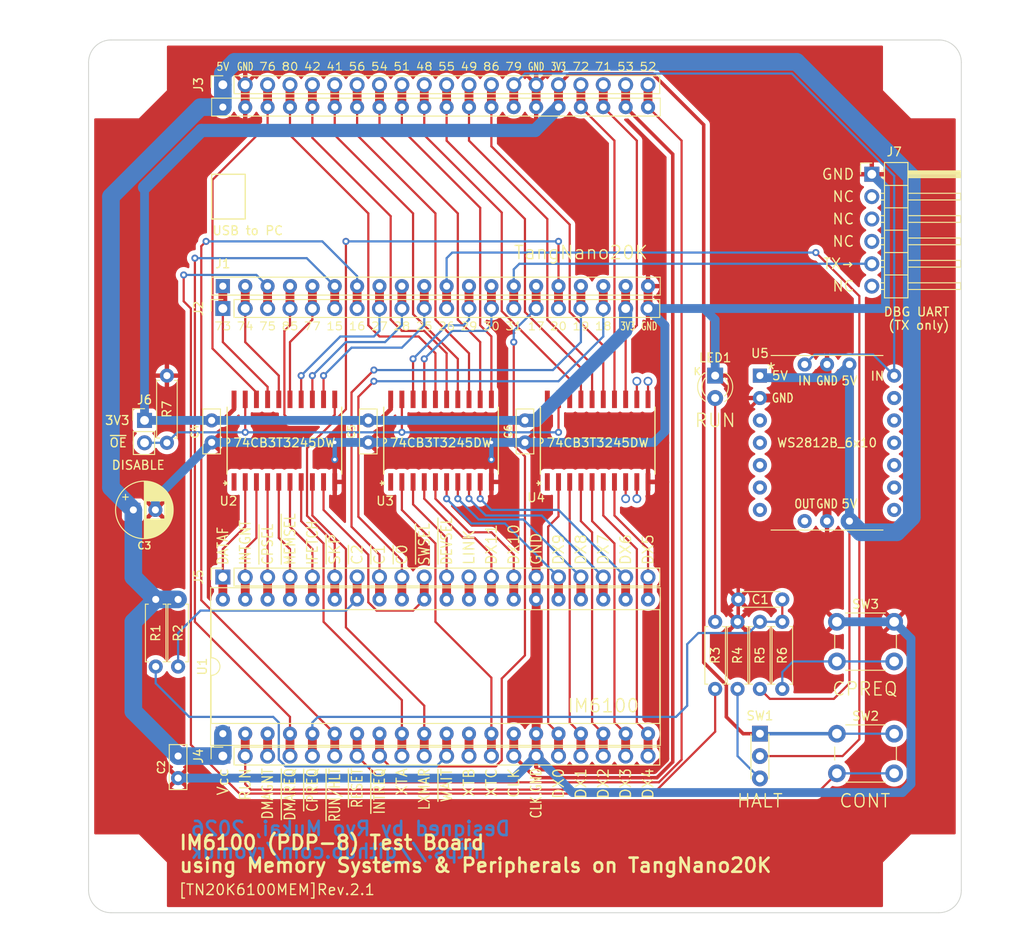
<source format=kicad_pcb>
(kicad_pcb (version 20241229) (generator "pcbnew") (generator_version "9.0")
  (layers (0 "F.Cu" signal) (2 "B.Cu" signal) (13 "F.Paste" user) (15 "B.Paste" user) (5 "F.SilkS" user "F.Silkscreen") (7 "B.SilkS" user "B.Silkscreen") (1 "F.Mask" user) (3 "B.Mask" user) (25 "Edge.Cuts" user))
  (net 0 "")
  (net 1 "GND")
  (net 2 "VCC")
  (net 3 "CPREQ_n")
  (net 4 "DX1_L")
  (net 5 "SWSEL_n_L")
  (net 6 "DX9_L")
  (net 7 "DEVSEL_n_L")
  (net 8 "IFETCH_L")
  (net 9 "CPSEL_n_L")
  (net 10 "DBG_TX")
  (net 11 "XTC_L")
  (net 12 "DX3_L")
  (net 13 "INTGNT_L")
  (net 14 "+3V3")
  (net 15 "C0_n")
  (net 16 "DX11_L")
  (net 17 "DMAREQ_n")
  (net 18 "C1_n")
  (net 19 "MEMSEL_n_L")
  (net 20 "DX5_L")
  (net 21 "DX6_L")
  (net 22 "LXMAR_L")
  (net 23 "XTA_L")
  (net 24 "DX7_L")
  (net 25 "DX10_L")
  (net 26 "DX4_L")
  (net 27 "SKP_n")
  (net 28 "DX2_L")
  (net 29 "DX8_L")
  (net 30 "INTREQ_n")
  (net 31 "RUN_HLT_n")
  (net 32 "DX0_L")
  (net 33 "CLK")
  (net 34 "DATAF_L")
  (net 35 "LED_RGB")
  (net 36 "DX0")
  (net 37 "RUN")
  (net 38 "XTC")
  (net 39 "WAIT_n")
  (net 40 "DX3")
  (net 41 "XTA")
  (net 42 "DX1")
  (net 43 "RESET_n")
  (net 44 "DMAGNT")
  (net 45 "LXMAR")
  (net 46 "DX4")
  (net 47 "DX2")
  (net 48 "XTB")
  (net 49 "IFETCH")
  (net 50 "DX9")
  (net 51 "MEMSEL_n")
  (net 52 "DX8")
  (net 53 "DX6")
  (net 54 "DEVSEL_n")
  (net 55 "LINK")
  (net 56 "C2_n")
  (net 57 "SWSEL_n")
  (net 58 "DX11")
  (net 59 "DATAF")
  (net 60 "INTGNT")
  (net 61 "CPSEL_n")
  (net 62 "DX7")
  (net 63 "DX10")
  (net 64 "DX5")
  (net 69 "OE_n")
  (net 70 "Net-(LED1-A)")
  (net 71 "Net-(SW1-C)")
  (net 72 "Net-(R6-Pad1)")
  (net 88 "HALT_SW")
  (net 89 "CONT_SW")
  (net 90 "Net-(E1-Pin_2)")
  (net 91 "Net-(E1-Pin_1)")
  (net 92 "Net-(E2-Pin_2)")
  (net 93 "Net-(E2-Pin_1)")
  (footprint "000_MyFootprint:R_Axial_DIN0207_L6.3mm_D2.5mm_P7.62mm_Horizontal" (layer "F.Cu") (at 10.16 63.5 -90)
    (property "Reference" "R2")
    (property "Value" "10k")
  )
  (footprint "000_MyFootprint:MountingHole_3mm" (layer "F.Cu") (at 93.98 93.98)
    (property "Reference" "REF**")
    (property "Value" "MountingHole_3mm")
  )
  (footprint "000_MyFootprint:SW_SPDT_Toggle" (layer "F.Cu") (at 76.2 81.28 -90)
    (property "Reference" "SW1")
    (property "Value" "HALT")
  )
  (footprint "000_MyFootprint:R_Axial_DIN0207_L6.3mm_D2.5mm_P7.62mm_Horizontal" (layer "F.Cu") (at 8.89 45.72 90)
    (property "Reference" "R7")
    (property "Value" "10k")
  )
  (footprint "000_MyFootprint:C_Disc_D5.0mm_W2.5mm_P2.50mm" (layer "F.Cu") (at 49.53 43.18 -90)
    (property "Reference" "C6")
    (property "Value" "0.1uF")
  )
  (footprint "000_MyFootprint:R_Axial_DIN0207_L6.3mm_D2.5mm_P7.62mm_Horizontal" (layer "F.Cu") (at 78.74 73.66 90)
    (property "Reference" "R6")
    (property "Value" "1k")
  )
  (footprint "000_MyFootprint:R_Axial_DIN0207_L6.3mm_D2.5mm_P7.62mm_Horizontal" (layer "F.Cu") (at 7.62 63.5 -90)
    (property "Reference" "R1")
    (property "Value" "10k")
  )
  (footprint "000_MyFootprint:C_Disc_D4.3mm_W1.9mm_P5.00mm" (layer "F.Cu") (at 78.74 63.5 180)
    (property "Reference" "C1")
    (property "Value" "1uF")
  )
  (footprint "000_MyFootprint:C_Disc_D5.0mm_W2.5mm_P2.50mm" (layer "F.Cu") (at 13.97 43.18 -90)
    (property "Reference" "C4")
    (property "Value" "0.1uF")
  )
  (footprint "000_MyFootprint:R_Axial_DIN0207_L6.3mm_D2.5mm_P7.62mm_Horizontal" (layer "F.Cu") (at 71.12 66.04 -90)
    (property "Reference" "R3")
    (property "Value" "100k")
  )
  (footprint "000_MyFootprint:DW20" (layer "F.Cu") (at 40.005 45.4787 90)
    (property "Reference" "U3")
    (property "Value" "SN74CB3T3245DW")
  )
  (footprint "000_MyFootprint:LED_D3.0mm" (layer "F.Cu") (at 71.12 38.1 -90)
    (property "Reference" "LED1")
    (property "Value" "RUN")
  )
  (footprint "000_MyFootprint:R_Axial_DIN0207_L6.3mm_D2.5mm_P7.62mm_Horizontal" (layer "F.Cu") (at 73.66 66.04 -90)
    (property "Reference" "R4")
    (property "Value" "10k")
  )
  (footprint "000_MyFootprint:MountingHole_3mm" (layer "F.Cu") (at 5.08 5.08)
    (property "Reference" "REF**")
    (property "Value" "MountingHole_3mm")
  )
  (footprint "000_MyFootprint:PinSocket_1x20_P2.54mm_Vertical" (layer "F.Cu") (at 15.24 81.28 90)
    (property "Reference" "J4")
    (property "Value" "Conn_01x20")
  )
  (footprint "000_MyFootprint:DIP-40_W20.32mm800mil_Socket" (layer "F.Cu") (at 15.24 27.94 90)
    (property "Reference" "J1")
    (property "Value" "TangNano20K")
  )
  (footprint "000_MyFootprint:PinHeader_1x02_P2.54mm_Vertical" (layer "F.Cu") (at 6.35 43.18)
    (property "Reference" "J6")
    (property "Value" "Disable")
  )
  (footprint "000_MyFootprint:PinHeader_1x06_P2.54mm_Horizontal" (layer "F.Cu") (at 88.9 15.24)
    (property "Reference" "J7")
    (property "Value" "DBG_UART")
  )
  (footprint "000_MyFootprint:SW_PUSH_6mm_H4.3mm" (layer "F.Cu") (at 84.94 66.04)
    (property "Reference" "SW3")
    (property "Value" "CPREQ")
  )
  (footprint "000_MyFootprint:PinSocket_1x20_P2.54mm_Vertical" (layer "F.Cu") (at 15.24 5.08 90)
    (property "Reference" "J3")
    (property "Value" "Conn_01x20")
  )
  (footprint "000_MyFootprint:TH_1x02_P1.27mm" (layer "F.Cu") (at 60.96 52.07 90)
    (property "Reference" "E1")
    (property "Value" "ext")
  )
  (footprint "000_MyFootprint:C_Disc_D5.0mm_W2.5mm_P2.50mm" (layer "F.Cu") (at 10.16 81.28 -90)
    (property "Reference" "C2")
    (property "Value" "0.1uF")
  )
  (footprint "000_MyFootprint:CP_Radial_D6.3mm_P2.50mm" (layer "F.Cu") (at 5.08 53.34)
    (property "Reference" "C3")
    (property "Value" "47uF")
  )
  (footprint "000_MyFootprint:DIP-40_W15.24mm_Socket" (layer "F.Cu") (at 15.24 78.74 90)
    (property "Reference" "U1")
    (property "Value" "IM6100")
  )
  (footprint "000_MyFootprint:R_Axial_DIN0207_L6.3mm_D2.5mm_P7.62mm_Horizontal" (layer "F.Cu") (at 76.2 66.04 -90)
    (property "Reference" "R5")
    (property "Value" "10k")
  )
  (footprint "000_MyFootprint:DW20" (layer "F.Cu") (at 57.785 45.4787 90)
    (property "Reference" "U4")
    (property "Value" "SN74CB3T3245DW")
  )
  (footprint "000_MyFootprint:MountingHole_3mm" (layer "F.Cu") (at 5.08 93.98)
    (property "Reference" "REF**")
    (property "Value" "MountingHole_3mm")
  )
  (footprint "000_MyFootprint:SW_PUSH_6mm_H4.3mm" (layer "F.Cu") (at 84.94 78.74)
    (property "Reference" "SW2")
    (property "Value" "CONT")
  )
  (footprint "000_MyFootprint:PinSocket_1x20_P2.54mm_Vertical" (layer "F.Cu") (at 15.24 30.48 90)
    (property "Reference" "J2")
    (property "Value" "Conn_01x20")
  )
  (footprint "000_MyFootprint:TH_1x02_P1.27mm" (layer "F.Cu") (at 62.23 38.735 90)
    (property "Reference" "E2")
    (property "Value" "ext")
  )
  (footprint "000_MyFootprint:C_Disc_D5.0mm_W2.5mm_P2.50mm" (layer "F.Cu") (at 31.75 43.18 -90)
    (property "Reference" "C5")
    (property "Value" "0.1uF")
  )
  (footprint "000_MyFootprint:6x10_RGBMatrix_for_XIAO" (layer "F.Cu") (at 83.82 45.72)
    (property "Reference" "U5")
    (property "Value" "WS2812B_6x10")
  )
  (footprint "000_MyFootprint:PinSocket_1x20_P2.54mm_Vertical" (layer "F.Cu") (at 15.24 60.96 90)
    (property "Reference" "J5")
    (property "Value" "Conn_01x20")
  )
  (footprint "000_MyFootprint:DW20" (layer "F.Cu") (at 22.225 45.4787 90)
    (property "Reference" "U2")
    (property "Value" "SN74CB3T3245DW")
  )
  (footprint "000_MyFootprint:MountingHole_3mm" (layer "F.Cu") (at 93.98 5.08)
    (property "Reference" "REF**")
    (property "Value" "MountingHole_3mm")
  )
  (gr_rect (start 13.97 15.24) (end 17.78 20.32) (stroke (width 0.15)) (fill no) (layer "F.SilkS"))
  (gr_line (start 2.54 0) (end 96.52 0) (stroke (width 0.1)) (layer "Edge.Cuts"))
  (gr_arc (start 2.54 99.06) (mid 0.743949 98.316051) (end 0 96.52) (stroke (width 0.1)) (layer "Edge.Cuts"))
  (gr_arc (start 96.52 0) (mid 98.316051 0.743949) (end 99.06 2.54) (stroke (width 0.1)) (layer "Edge.Cuts"))
  (gr_line (start 99.06 2.54) (end 99.06 96.52) (stroke (width 0.1)) (layer "Edge.Cuts"))
  (gr_arc (start 0 2.54) (mid 0.743949 0.743949) (end 2.54 0) (stroke (width 0.1)) (layer "Edge.Cuts"))
  (gr_line (start 0 96.52) (end 0 2.54) (stroke (width 0.1)) (layer "Edge.Cuts"))
  (gr_arc (start 99.06 96.52) (mid 98.316051 98.316051) (end 96.52 99.06) (stroke (width 0.1)) (layer "Edge.Cuts"))
  (gr_line (start 96.52 99.06) (end 2.54 99.06) (stroke (width 0.1)) (layer "Edge.Cuts"))
  (gr_text "Designed by Ryo Mukai, 2026\nhttps://github.com/ryomuk" (at 11.43 90.805 0) (layer "B.Cu") (effects (font (size 1.6 1.6) (thickness 0.3) (bold yes)) (justify right mirror)))
  (gr_text "71" (at 58.42 3.556 0) (layer "F.SilkS") (effects (font (size 0.9 1) (thickness 0.12)) (justify bottom)))
  (gr_text "DMAGNT" (at 20.32 82.55 90) (layer "F.SilkS") (effects (font (size 1.2 1)) (justify right)))
  (gr_text "~{DEVSEL}" (at 40.64 59.69 90) (layer "F.SilkS") (effects (font (size 1.2 1)) (justify left)))
  (gr_text "20" (at 53.34 33.02 0) (layer "F.SilkS") (effects (font (size 0.9 1) (thickness 0.12)) (justify bottom)))
  (gr_text "52" (at 63.5 3.556 0) (layer "F.SilkS") (effects (font (size 0.9 1) (thickness 0.12)) (justify bottom)))
  (gr_text "29" (at 43.18 33.02 0) (layer "F.SilkS") (effects (font (size 0.9 1) (thickness 0.12)) (justify bottom)))
  (gr_text "RUN" (at 17.78 82.55 90) (layer "F.SilkS") (effects (font (size 1.2 1.2)) (justify right)))
  (gr_text "NC" (at 86.995 27.94 0) (layer "F.SilkS") (effects (font (size 1.2 1.2)) (justify right)))
  (gr_text "3V3" (at 53.34 3.556 0) (layer "F.SilkS") (effects (font (size 0.9 0.6) (thickness 0.12)) (justify bottom)))
  (gr_text "16" (at 30.48 33.02 0) (layer "F.SilkS") (effects (font (size 0.9 1) (thickness 0.12)) (justify bottom)))
  (gr_text "~{OE}" (at 2.286 45.72 0) (layer "F.SilkS") (effects (font (size 1 1)) (justify left)))
  (gr_text "53" (at 60.96 3.556 0) (layer "F.SilkS") (effects (font (size 0.9 1) (thickness 0.12)) (justify bottom)))
  (gr_text "56" (at 30.48 3.556 0) (layer "F.SilkS") (effects (font (size 0.9 1) (thickness 0.12)) (justify bottom)))
  (gr_text "~{DMAREQ}" (at 22.86 82.55 90) (layer "F.SilkS") (effects (font (size 1.2 1)) (justify right)))
  (gr_text "NC" (at 86.995 20.32 0) (layer "F.SilkS") (effects (font (size 1.2 1.2)) (justify right)))
  (gr_text "DX4" (at 63.5 82.55 90) (layer "F.SilkS") (effects (font (size 1.2 1.2)) (justify right)))
  (gr_text "~{RUN/HLT}" (at 27.94 82.55 90) (layer "F.SilkS") (effects (font (size 1.2 0.9)) (justify right)))
  (gr_text "CLK.GND" (at 50.8 82.55 90) (layer "F.SilkS") (effects (font (size 1.2 0.9)) (justify right)))
  (gr_text "IM6100 (PDP-8) Test Board\nusing Memory Systems & Peripherals on TangNano20K" (at 10.16 90.17 0) (layer "F.SilkS") (effects (font (size 1.6 1.6) (thickness 0.3) (bold yes)) (justify left top)))
  (gr_text "18" (at 58.42 33.02 0) (layer "F.SilkS") (effects (font (size 0.9 1) (thickness 0.12)) (justify bottom)))
  (gr_text "86" (at 45.72 3.556 0) (layer "F.SilkS") (effects (font (size 0.9 1) (thickness 0.12)) (justify bottom)))
  (gr_text "54" (at 33.02 3.556 0) (layer "F.SilkS") (effects (font (size 0.9 1) (thickness 0.12)) (justify bottom)))
  (gr_text "GND" (at 17.78 3.556 0) (layer "F.SilkS") (effects (font (size 0.9 0.6) (thickness 0.12)) (justify bottom)))
  (gr_text "~{CPSEL}" (at 20.32 59.69 90) (layer "F.SilkS") (effects (font (size 1.2 1)) (justify left)))
  (gr_text "XTC" (at 45.72 82.55 90) (layer "F.SilkS") (effects (font (size 1.2 1.2)) (justify right)))
  (gr_text "CLK" (at 48.26 82.55 90) (layer "F.SilkS") (effects (font (size 1.2 1.2)) (justify right)))
  (gr_text "42" (at 25.4 3.556 0) (layer "F.SilkS") (effects (font (size 0.9 1) (thickness 0.12)) (justify bottom)))
  (gr_text "~{SKP}" (at 27.94 59.69 90) (layer "F.SilkS") (effects (font (size 1.2 1.2)) (justify left)))
  (gr_text "85" (at 22.86 33.02 0) (layer "F.SilkS") (effects (font (size 0.9 1) (thickness 0.12)) (justify bottom)))
  (gr_text "IN" (at 89.535 38.735 0) (layer "F.SilkS") (effects (font (size 1 1)) (justify bottom)))
  (gr_text "25" (at 38.1 33.02 0) (layer "F.SilkS") (effects (font (size 0.9 1) (thickness 0.12)) (justify bottom)))
  (gr_text "41" (at 27.94 3.556 0) (layer "F.SilkS") (effects (font (size 0.9 1) (thickness 0.12)) (justify bottom)))
  (gr_text "GND" (at 86.995 15.24 0) (layer "F.SilkS") (effects (font (size 1.2 1.2)) (justify right)))
  (gr_text "17" (at 50.8 33.02 0) (layer "F.SilkS") (effects (font (size 0.9 1) (thickness 0.12)) (justify bottom)))
  (gr_text "DX9" (at 53.34 59.69 90) (layer "F.SilkS") (effects (font (size 1.2 1.2)) (justify left)))
  (gr_text "76" (at 20.32 3.556 0) (layer "F.SilkS") (effects (font (size 0.9 1) (thickness 0.12)) (justify bottom)))
  (gr_text "79" (at 48.26 3.556 0) (layer "F.SilkS") (effects (font (size 0.9 1) (thickness 0.12)) (justify bottom)))
  (gr_text "~{SWSEL}" (at 38.1 59.69 90) (layer "F.SilkS") (effects (font (size 1.2 1)) (justify left)))
  (gr_text "74CB3T3245DW" (at 22.225 45.72 0) (layer "F.SilkS") (effects (font (size 1 1))))
  (gr_text "DBG UART" (at 93.98 30.861 0) (layer "F.SilkS") (effects (font (size 1 1))))
  (gr_text "72" (at 55.88 3.556 0) (layer "F.SilkS") (effects (font (size 0.9 1) (thickness 0.12)) (justify bottom)))
  (gr_text "DISABLE" (at 2.54 48.26 0) (layer "F.SilkS") (effects (font (size 1 1)) (justify left)))
  (gr_text "OUT" (at 81.28 52.07 0) (layer "F.SilkS") (effects (font (size 1 0.8)) (justify top)))
  (gr_text "26" (at 40.64 33.02 0) (layer "F.SilkS") (effects (font (size 0.9 1) (thickness 0.12)) (justify bottom)))
  (gr_text "DX8" (at 55.88 59.69 90) (layer "F.SilkS") (effects (font (size 1.2 1.2)) (justify left)))
  (gr_text "5V" (at 86.36 52.07 0) (layer "F.SilkS") (effects (font (size 1 1)) (justify top)))
  (gr_text "DX10" (at 48.26 59.69 90) (layer "F.SilkS") (effects (font (size 1.2 1.2)) (justify left)))
  (gr_text "XTB" (at 43.18 82.55 90) (layer "F.SilkS") (effects (font (size 1.2 1.2)) (justify right)))
  (gr_text "5V" (at 86.36 38.1 0) (layer "F.SilkS") (effects (font (size 1 1)) (justify top)))
  (gr_text "3V3" (at 1.778 43.18 0) (layer "F.SilkS") (effects (font (size 1 1)) (justify left)))
  (gr_text "74" (at 17.78 33.02 0) (layer "F.SilkS") (effects (font (size 0.9 1) (thickness 0.12)) (justify bottom)))
  (gr_text "DX3" (at 60.96 82.55 90) (layer "F.SilkS") (effects (font (size 1.2 1.2)) (justify right)))
  (gr_text "~{C1}" (at 33.02 59.69 90) (layer "F.SilkS") (effects (font (size 1.2 1.2)) (justify left)))
  (gr_text "19" (at 55.88 33.02 0) (layer "F.SilkS") (effects (font (size 0.9 1) (thickness 0.12)) (justify bottom)))
  (gr_text "GND" (at 63.627 33.02 0) (layer "F.SilkS") (effects (font (size 0.9 0.6) (thickness 0.12)) (justify bottom)))
  (gr_text "3V3" (at 61.214 33.02 0) (layer "F.SilkS") (effects (font (size 0.9 0.6) (thickness 0.12)) (justify bottom)))
  (gr_text "INTGNT" (at 17.78 59.69 90) (layer "F.SilkS") (effects (font (size 1.2 1)) (justify left)))
  (gr_text "(TX only)" (at 97.79 32.385 0) (layer "F.SilkS") (effects (font (size 1 1)) (justify right)))
  (gr_text "DX11" (at 45.72 59.69 90) (layer "F.SilkS") (effects (font (size 1.2 1.2)) (justify left)))
  (gr_text "[TN20K6100MEM]Rev.2.1" (at 10.16 97.155 0) (layer "F.SilkS") (effects (font (size 1.2 1.2)) (justify left bottom)))
  (gr_text "IFETCH" (at 25.4 59.69 90) (layer "F.SilkS") (effects (font (size 1.2 1)) (justify left)))
  (gr_text "51" (at 35.56 3.556 0) (layer "F.SilkS") (effects (font (size 0.9 1) (thickness 0.12)) (justify bottom)))
  (gr_text "75" (at 20.32 33.02 0) (layer "F.SilkS") (effects (font (size 0.9 1) (thickness 0.12)) (justify bottom)))
  (gr_text "LINK" (at 43.18 59.69 90) (layer "F.SilkS") (effects (font (size 1.2 1.2)) (justify left)))
  (gr_text "48" (at 38.1 3.556 0) (layer "F.SilkS") (effects (font (size 0.9 1) (thickness 0.12)) (justify bottom)))
  (gr_text "NC" (at 86.995 17.78 0) (layer "F.SilkS") (effects (font (size 1.2 1.2)) (justify right)))
  (gr_text "IN" (at 81.28 38.1 0) (layer "F.SilkS") (effects (font (size 1 1)) (justify top)))
  (gr_text "DX2" (at 58.42 82.55 90) (layer "F.SilkS") (effects (font (size 1.2 1.2)) (justify right)))
  (gr_text "XTA" (at 35.56 82.55 90) (layer "F.SilkS") (effects (font (size 1.2 1.2)) (justify right)))
  (gr_text "30" (at 45.72 33.02 0) (layer "F.SilkS") (effects (font (size 0.9 1) (thickness 0.12)) (justify bottom)))
  (gr_text "~{INTREQ}" (at 33.02 82.55 90) (layer "F.SilkS") (effects (font (size 1.2 1)) (justify right)))
  (gr_text "GND" (at 50.8 59.69 90) (layer "F.SilkS") (effects (font (size 1.2 1.2)) (justify left)))
  (gr_text "~{C2}" (at 30.48 59.69 90) (layer "F.SilkS") (effects (font (size 1.2 1.2)) (justify left)))
  (gr_text "DX7" (at 58.42 59.69 90) (layer "F.SilkS") (effects (font (size 1.2 1.2)) (justify left)))
  (gr_text "DX1" (at 55.88 82.55 90) (layer "F.SilkS") (effects (font (size 1.2 1.2)) (justify right)))
  (gr_text "~{C0}" (at 35.56 59.69 90) (layer "F.SilkS") (effects (font (size 1.2 1.2)) (justify left)))
  (gr_text "DX0" (at 53.34 82.55 90) (layer "F.SilkS") (effects (font (size 1.2 1.2)) (justify right)))
  (gr_text "NC" (at 86.995 22.86 0) (layer "F.SilkS") (effects (font (size 1.2 1.2)) (justify right)))
  (gr_text "80" (at 22.86 3.556 0) (layer "F.SilkS") (effects (font (size 0.9 1) (thickness 0.12)) (justify bottom)))
  (gr_text "73" (at 15.24 33.02 0) (layer "F.SilkS") (effects (font (size 0.9 1) (thickness 0.12)) (justify bottom)))
  (gr_text "77" (at 25.4 33.02 0) (layer "F.SilkS") (effects (font (size 0.9 1) (thickness 0.12)) (justify bottom)))
  (gr_text "5V" (at 77.47 38.1 0) (layer "F.SilkS") (effects (font (size 1 1)) (justify left)))
  (gr_text "DX6" (at 60.96 59.69 90) (layer "F.SilkS") (effects (font (size 1.2 1.2)) (justify left)))
  (gr_text "GND" (at 77.47 40.64 0) (layer "F.SilkS") (effects (font (size 1 0.8)) (justify left)))
  (gr_text "~{WAIT}" (at 40.64 82.55 90) (layer "F.SilkS") (effects (font (size 1.2 1.2)) (justify right)))
  (gr_text "TX→" (at 86.995 25.4 0) (layer "F.SilkS") (effects (font (size 1.2 1.2)) (justify right)))
  (gr_text "74CB3T3245DW" (at 57.785 45.72 0) (layer "F.SilkS") (effects (font (size 1 1))))
  (gr_text "K" (at 68.58 38.1 0) (layer "F.SilkS") (effects (font (size 0.8 0.8)) (justify left bottom)))
  (gr_text "LXMAR" (at 38.1 82.55 90) (layer "F.SilkS") (effects (font (size 1.2 1)) (justify right)))
  (gr_text "~{RESET}" (at 30.48 82.55 90) (layer "F.SilkS") (effects (font (size 1.2 1)) (justify right)))
  (gr_text "28" (at 35.56 33.02 0) (layer "F.SilkS") (effects (font (size 0.9 1) (thickness 0.12)) (justify bottom)))
  (gr_text "~{MEMSEL}" (at 22.86 59.69 90) (layer "F.SilkS") (effects (font (size 1.2 1)) (justify left)))
  (gr_text "5V" (at 15.24 3.556 0) (layer "F.SilkS") (effects (font (size 0.9 0.8) (thickness 0.12)) (justify bottom)))
  (gr_text "27" (at 33.02 33.02 0) (layer "F.SilkS") (effects (font (size 0.9 1) (thickness 0.12)) (justify bottom)))
  (gr_text "55" (at 40.64 3.556 0) (layer "F.SilkS") (effects (font (size 0.9 1) (thickness 0.12)) (justify bottom)))
  (gr_text "GND" (at 83.82 38.1 0) (layer "F.SilkS") (effects (font (size 1 0.8)) (justify top)))
  (gr_text "USB to PC" (at 13.97 22.225 0) (layer "F.SilkS") (effects (font (size 1 1)) (justify left bottom)))
  (gr_text "~{CPREQ}" (at 25.4 82.55 90) (layer "F.SilkS") (effects (font (size 1.2 1)) (justify right)))
  (gr_text "31" (at 48.26 33.02 0) (layer "F.SilkS") (effects (font (size 0.9 1) (thickness 0.12)) (justify bottom)))
  (gr_text "74CB3T3245DW" (at 40.005 45.72 0) (layer "F.SilkS") (effects (font (size 1 1))))
  (gr_text "GND" (at 83.82 52.07 0) (layer "F.SilkS") (effects (font (size 1 0.8)) (justify top)))
  (gr_text "49" (at 43.18 3.556 0) (layer "F.SilkS") (effects (font (size 0.9 1) (thickness 0.12)) (justify bottom)))
  (gr_text "GND" (at 50.8 3.556 0) (layer "F.SilkS") (effects (font (size 0.9 0.6) (thickness 0.12)) (justify bottom)))
  (gr_text "DATAF" (at 15.24 59.69 90) (layer "F.SilkS") (effects (font (size 1.2 1)) (justify left)))
  (gr_text "Vcc" (at 15.24 82.55 90) (layer "F.SilkS") (effects (font (size 1.2 1.2)) (justify right)))
  (gr_text "DX5" (at 63.5 59.69 90) (layer "F.SilkS") (effects (font (size 1.2 1.2)) (justify left)))
  (gr_text "15" (at 27.94 33.02 0) (layer "F.SilkS") (effects (font (size 0.9 1) (thickness 0.12)) (justify bottom)))
  (segment (start 50.8 5.08) (end 52.705 3.175) (width 0.4) (layer "F.Cu") (net 1))
  (segment (start 8.89 7.62) (end 8.89 38.1) (width 0.4) (layer "F.Cu") (net 1))
  (segment (start 17.78 5.08) (end 16.51 3.81) (width 0.4) (layer "F.Cu") (net 1))
  (segment (start 50.8 81.28) (end 52.351 82.831) (width 1) (layer "F.Cu") (net 1))
  (segment (start 17.78 5.08) (end 19.685 3.175) (width 0.4) (layer "F.Cu") (net 1))
  (segment (start 63.5 50.165) (end 65.405 50.165) (width 0.5) (layer "F.Cu") (net 1))
  (segment (start 83.67 67.31) (end 74.93 67.31) (width 0.4) (layer "F.Cu") (net 1))
  (segment (start 4.445 50.165) (end 3.175 48.895) (width 0.4) (layer "F.Cu") (net 1))
  (segment (start 6.419 80.039) (end 10.16 83.78) (width 0.4) (layer "F.Cu") (net 1))
  (segment (start 88.9 13.335) (end 88.9 15.24) (width 0.4) (layer "F.Cu") (net 1))
  (segment (start 50.8 60.96) (end 50.8 63.5) (width 1) (layer "F.Cu") (net 1))
  (segment (start 52.705 3.175) (end 78.74 3.175) (width 0.4) (layer "F.Cu") (net 1))
  (segment (start 78.74 3.175) (end 88.9 13.335) (width 0.4) (layer "F.Cu") (net 1))
  (segment (start 73.66 40.64) (end 71.12 38.1) (width 0.4) (layer "F.Cu") (net 1))
  (segment (start 4.445 50.205) (end 4.445 50.165) (width 0.4) (layer "F.Cu") (net 1))
  (segment (start 50.8 5.08) (end 50.8 7.62) (width 1) (layer "F.Cu") (net 1))
  (segment (start 19.685 3.175) (end 48.895 3.175) (width 0.4) (layer "F.Cu") (net 1))
  (segment (start 52.351 82.831) (end 64.142446 82.831) (width 1) (layer "F.Cu") (net 1))
  (segment (start 76.2 40.64) (end 73.66 40.64) (width 0.4) (layer "F.Cu") (net 1))
  (segment (start 83.82 54.61) (end 83.82 36.83) (width 1) (layer "F.Cu") (net 1))
  (segment (start 3.175 48.895) (end 3.175 41.275) (width 0.4) (layer "F.Cu") (net 1))
  (segment (start 45.72 50.165) (end 45.72 45.68) (width 0.5) (layer "F.Cu") (net 1))
  (segment (start 65.405 81.568446) (end 65.405 50.165) (width 1) (layer "F.Cu") (net 1))
  (segment (start 65.405 45.72) (end 65.405 32.385) (width 1) (layer "F.Cu") (net 1))
  (segment (start 76.2 40.64) (end 73.74 43.1) (width 0.4) (layer "F.Cu") (net 1))
  (segment (start 7.58 53.34) (end 4.445 50.205) (width 0.4) (layer "F.Cu") (net 1))
  (segment (start 27.94 48.895) (end 27.94 45.68) (width 0.5) (layer "F.Cu") (net 1))
  (segment (start 83.82 54.61) (end 83.82 64.92) (width 0.4) (layer "F.Cu") (net 1))
  (segment (start 50.8 46.95) (end 49.53 45.68) (width 1) (layer "F.Cu") (net 1))
  (segment (start 6.419 54.501) (end 6.419 80.039) (width 0.4) (layer "F.Cu") (net 1))
  (segment (start 49.53 45.68) (end 65.365 45.68) (width 0.4) (layer "F.Cu") (net 1))
  (segment (start 83.82 36.83) (end 80.01 40.64) (width 1) (layer "F.Cu") (net 1))
  (segment (start 48.895 3.175) (end 50.8 5.08) (width 0.4) (layer "F.Cu") (net 1))
  (segment (start 27.94 48.895) (end 27.94 47.625) (width 0.5) (layer "F.Cu") (net 1))
  (segment (start 7.58 53.34) (end 6.419 54.501) (width 0.4) (layer "F.Cu") (net 1))
  (segment (start 27.94 50.165) (end 27.94 48.895) (width 0.5) (layer "F.Cu") (net 1))
  (segment (start 65.405 50.165) (end 65.405 45.72) (width 1) (layer "F.Cu") (net 1))
  (segment (start 3.175 41.275) (end 6.35 38.1) (width 0.4) (layer "F.Cu") (net 1))
  (segment (start 63.5 27.94) (end 63.5 30.48) (width 1) (layer "F.Cu") (net 1))
  (segment (start 73.74 63.5) (end 73.74 65.96) (width 0.4) (layer "F.Cu") (net 1))
  (segment (start 12.7 3.81) (end 8.89 7.62) (width 0.4) (layer "F.Cu") (net 1))
  (segment (start 65.365 45.68) (end 65.405 45.72) (width 0.4) (layer "F.Cu") (net 1))
  (segment (start 80.01 40.64) (end 76.2 40.64) (width 1) (layer "F.Cu") (net 1))
  (segment (start 50.8 78.74) (end 50.8 63.5) (width 1) (layer "F.Cu") (net 1))
  (segment (start 73.74 65.96) (end 73.66 66.04) (width 0.4) (layer "F.Cu") (net 1))
  (segment (start 6.35 38.1) (end 8.89 38.1) (width 0.4) (layer "F.Cu") (net 1))
  (segment (start 17.78 5.08) (end 17.78 7.62) (width 1) (layer "F.Cu") (net 1))
  (segment (start 50.8 78.74) (end 50.8 81.28) (width 1) (layer "F.Cu") (net 1))
  (segment (start 74.93 67.31) (end 73.66 66.04) (width 0.4) (layer "F.Cu") (net 1))
  (segment (start 83.82 64.92) (end 84.94 66.04) (width 0.4) (layer "F.Cu") (net 1))
  (segment (start 64.142446 82.831) (end 65.405 81.568446) (width 1) (layer "F.Cu") (net 1))
  (segment (start 16.51 3.81) (end 12.7 3.81) (width 0.4) (layer "F.Cu") (net 1))
  (segment (start 65.405 32.385) (end 63.5 30.48) (width 1) (layer "F.Cu") (net 1))
  (segment (start 84.94 66.04) (end 83.67 67.31) (width 0.4) (layer "F.Cu") (net 1))
  (segment (start 73.74 43.1) (end 73.74 63.5) (width 0.4) (layer "F.Cu") (net 1))
  (segment (start 50.8 60.96) (end 50.8 46.95) (width 1) (layer "F.Cu") (net 1))
  (via (at 45.72 45.68) (size 0.8) (drill 0.4) (layers "F.Cu" "B.Cu") (net 1))
  (via (at 45.72 47.625) (size 0.8) (drill 0.4) (layers "F.Cu" "B.Cu") (net 1))
  (via (at 27.94 47.625) (size 0.8) (drill 0.4) (layers "F.Cu" "B.Cu") (net 1))
  (via (at 27.94 45.68) (size 0.8) (drill 0.4) (layers "F.Cu" "B.Cu") (net 1))
  (segment (start 10.16 83.78) (end 48.3 83.78) (width 1) (layer "B.Cu") (net 1))
  (segment (start 27.94 45.68) (end 31.75 45.68) (width 1) (layer "B.Cu") (net 1))
  (segment (start 13.97 45.68) (end 27.94 45.68) (width 1) (layer "B.Cu") (net 1))
  (segment (start 92.379 85.421) (end 93.345 84.455) (width 1) (layer "B.Cu") (net 1))
  (segment (start 65.405 32.385) (end 63.5 30.48) (width 1) (layer "B.Cu") (net 1))
  (segment (start 48.3 83.78) (end 50.8 81.28) (width 1) (layer "B.Cu") (net 1))
  (segment (start 90.17 30.48) (end 69.85 30.48) (width 1) (layer "B.Cu") (net 1))
  (segment (start 31.75 45.68) (end 45.72 45.68) (width 1) (layer "B.Cu") (net 1))
  (segment (start 90.451 30.199) (end 90.17 30.48) (width 1) (layer "B.Cu") (net 1))
  (segment (start 63.5 30.48) (end 69.85 30.48) (width 1) (layer "B.Cu") (net 1))
  (segment (start 45.72 45.68) (end 49.53 45.68) (width 1) (layer "B.Cu") (net 1))
  (segment (start 91.44 66.04) (end 84.94 66.04) (width 1) (layer "B.Cu") (net 1))
  (segment (start 90.451 16.791) (end 90.451 30.199) (width 1) (layer "B.Cu") (net 1))
  (segment (start 7.58 53.34) (end 7.58 52.07) (width 1) (layer "B.Cu") (net 1))
  (segment (start 65.405 44.45) (end 65.405 32.385) (width 1) (layer "B.Cu") (net 1))
  (segment (start 45.72 47.625) (end 45.72 45.68) (width 0.5) (layer "B.Cu") (net 1))
  (segment (start 71.12 31.75) (end 71.12 38.1) (width 1) (layer "B.Cu") (net 1))
  (segment (start 93.345 67.945) (end 91.44 66.04) (width 1) (layer "B.Cu") (net 1))
  (segment (start 7.58 52.07) (end 13.97 45.68) (width 1) (layer "B.Cu") (net 1))
  (segment (start 88.9 15.24) (end 90.451 16.791) (width 1) (layer "B.Cu") (net 1))
  (segment (start 54.941 85.421) (end 92.379 85.421) (width 1) (layer "B.Cu") (net 1))
  (segment (start 49.53 45.68) (end 64.175 45.68) (width 1) (layer "B.Cu") (net 1))
  (segment (start 69.85 30.48) (end 71.12 31.75) (width 1) (layer "B.Cu") (net 1))
  (segment (start 93.345 84.455) (end 93.345 67.945) (width 1) (layer "B.Cu") (net 1))
  (segment (start 64.175 45.68) (end 65.405 44.45) (width 1) (layer "B.Cu") (net 1))
  (segment (start 50.8 81.28) (end 54.941 85.421) (width 1) (layer "B.Cu") (net 1))
  (segment (start 27.94 47.625) (end 27.94 45.68) (width 0.5) (layer "B.Cu") (net 1))
  (segment (start 77.326 74.786) (end 76.2 73.66) (width 0.25) (layer "F.Cu") (net 2))
  (segment (start 86.36 73.025) (end 84.599 74.786) (width 0.25) (layer "F.Cu") (net 2))
  (segment (start 84.599 74.786) (end 77.326 74.786) (width 0.25) (layer "F.Cu") (net 2))
  (segment (start 86.36 54.61) (end 86.36 73.025) (width 0.25) (layer "F.Cu") (net 2))
  (segment (start 12.7 7.62) (end 2.54 17.78) (width 2) (layer "B.Cu") (net 2))
  (segment (start 2.54 50.8) (end 5.08 53.34) (width 2) (layer "B.Cu") (net 2))
  (segment (start 15.24 7.62) (end 12.7 7.62) (width 2) (layer "B.Cu") (net 2))
  (segment (start 76.2 38.1) (end 76.431 38.331) (width 1) (layer "B.Cu") (net 2))
  (segment (start 15.24 3.81) (end 15.24 5.08) (width 2) (layer "B.Cu") (net 2))
  (segment (start 93.441 15.553753) (end 80.371248 2.484) (width 2) (layer "B.Cu") (net 2))
  (segment (start 86.36 54.61) (end 87.63 55.88) (width 2) (layer "B.Cu") (net 2))
  (segment (start 15.24 7.62) (end 15.24 5.08) (width 2) (layer "B.Cu") (net 2))
  (segment (start 87.63 55.88) (end 91.729842 55.88) (width 2) (layer "B.Cu") (net 2))
  (segment (start 91.729842 55.88) (end 93.441 54.168842) (width 2) (layer "B.Cu") (net 2))
  (segment (start 5.08 66.04) (end 5.08 76.2) (width 2) (layer "B.Cu") (net 2))
  (segment (start 2.54 17.78) (end 2.54 50.8) (width 2) (layer "B.Cu") (net 2))
  (segment (start 93.441 54.168842) (end 93.441 15.553753) (width 2) (layer "B.Cu") (net 2))
  (segment (start 7.62 63.5) (end 10.16 63.5) (width 2) (layer "B.Cu") (net 2))
  (segment (start 76.431 38.331) (end 84.859 38.331) (width 1) (layer "B.Cu") (net 2))
  (segment (start 5.08 53.34) (end 5.08 60.96) (width 2) (layer "B.Cu") (net 2))
  (segment (start 15.24 81.28) (end 15.24 78.74) (width 2) (layer "B.Cu") (net 2))
  (segment (start 5.08 60.96) (end 7.62 63.5) (width 2) (layer "B.Cu") (net 2))
  (segment (start 16.566 2.484) (end 15.24 3.81) (width 2) (layer "B.Cu") (net 2))
  (segment (start 5.08 76.2) (end 10.16 81.28) (width 2) (layer "B.Cu") (net 2))
  (segment (start 80.371248 2.484) (end 16.566 2.484) (width 2) (layer "B.Cu") (net 2))
  (segment (start 7.62 63.5) (end 5.08 66.04) (width 2) (layer "B.Cu") (net 2))
  (segment (start 86.36 36.83) (end 86.36 54.61) (width 1) (layer "B.Cu") (net 2))
  (segment (start 84.859 38.331) (end 86.36 36.83) (width 1) (layer "B.Cu") (net 2))
  (segment (start 10.16 81.28) (end 15.24 81.28) (width 2) (layer "B.Cu") (net 2))
  (segment (start 25.4 78.74) (end 25.4 81.28) (width 1) (layer "F.Cu") (net 3))
  (segment (start 78.74 66.04) (end 78.74 63.5) (width 0.25) (layer "F.Cu") (net 3))
  (segment (start 69.215 67.31) (end 74.93 67.31) (width 0.25) (layer "B.Cu") (net 3))
  (segment (start 26.035 76.835) (end 66.675 76.835) (width 0.25) (layer "B.Cu") (net 3))
  (segment (start 74.93 67.31) (end 76.2 66.04) (width 0.25) (layer "B.Cu") (net 3))
  (segment (start 78.74 66.04) (end 76.2 66.04) (width 0.25) (layer "B.Cu") (net 3))
  (segment (start 67.945 68.58) (end 69.215 67.31) (width 0.25) (layer "B.Cu") (net 3))
  (segment (start 66.675 76.835) (end 67.945 75.565) (width 0.25) (layer "B.Cu") (net 3))
  (segment (start 67.945 75.565) (end 67.945 68.58) (width 0.25) (layer "B.Cu") (net 3))
  (segment (start 25.4 78.74) (end 25.4 77.47) (width 0.25) (layer "B.Cu") (net 3))
  (segment (start 25.4 77.47) (end 26.035 76.835) (width 0.25) (layer "B.Cu") (net 3))
  (segment (start 55.88 37.223116) (end 49.53 30.873116) (width 0.25) (layer "F.Cu") (net 4))
  (segment (start 40.64 11.43) (end 40.64 7.62) (width 0.25) (layer "F.Cu") (net 4))
  (segment (start 49.53 20.32) (end 40.64 11.43) (width 0.25) (layer "F.Cu") (net 4))
  (segment (start 40.64 5.08) (end 40.64 7.62) (width 1) (layer "F.Cu") (net 4))
  (segment (start 49.53 30.873116) (end 49.53 20.32) (width 0.25) (layer "F.Cu") (net 4))
  (segment (start 55.88 40.7924) (end 55.88 37.223116) (width 0.25) (layer "F.Cu") (net 4))
  (segment (start 27.94 42.545) (end 27.94 40.7924) (width 0.25) (layer "F.Cu") (net 5))
  (segment (start 22.225 33.02) (end 22.225 42.545) (width 0.25) (layer "F.Cu") (net 5))
  (segment (start 22.86 43.18) (end 27.305 43.18) (width 0.25) (layer "F.Cu") (net 5))
  (segment (start 22.86 27.94) (end 22.86 30.48) (width 1) (layer "F.Cu") (net 5))
  (segment (start 22.86 30.48) (end 22.86 32.385) (width 0.25) (layer "F.Cu") (net 5))
  (segment (start 22.225 42.545) (end 22.86 43.18) (width 0.25) (layer "F.Cu") (net 5))
  (segment (start 27.305 43.18) (end 27.94 42.545) (width 0.25) (layer "F.Cu") (net 5))
  (segment (start 22.86 32.385) (end 22.225 33.02) (width 0.25) (layer "F.Cu") (net 5))
  (segment (start 36.83 19.685) (end 27.94 10.795) (width 0.25) (layer "F.Cu") (net 6))
  (segment (start 27.94 10.795) (end 27.94 7.62) (width 0.25) (layer "F.Cu") (net 6))
  (segment (start 36.83 31.115) (end 36.83 19.685) (width 0.25) (layer "F.Cu") (net 6))
  (segment (start 41.91 40.7924) (end 41.91 36.195) (width 0.25) (layer "F.Cu") (net 6))
  (segment (start 41.91 36.195) (end 36.83 31.115) (width 0.25) (layer "F.Cu") (net 6))
  (segment (start 27.94 5.08) (end 27.94 7.62) (width 1) (layer "F.Cu") (net 6))
  (segment (start 38.1 40.7924) (end 38.1 36.195) (width 0.25) (layer "F.Cu") (net 7))
  (segment (start 45.72 27.94) (end 45.72 30.48) (width 1) (layer "F.Cu") (net 7))
  (via (at 38.1 36.195) (size 0.8) (drill 0.4) (layers "F.Cu" "B.Cu") (net 7))
  (segment (start 45.085 33.02) (end 45.72 32.385) (width 0.25) (layer "B.Cu") (net 7))
  (segment (start 45.72 32.385) (end 45.72 30.48) (width 0.25) (layer "B.Cu") (net 7))
  (segment (start 41.275 33.02) (end 45.085 33.02) (width 0.25) (layer "B.Cu") (net 7))
  (segment (start 38.1 36.195) (end 41.275 33.02) (width 0.25) (layer "B.Cu") (net 7))
  (segment (start 33.02 27.94) (end 33.02 30.48) (width 1) (layer "F.Cu") (net 8))
  (segment (start 24.13 40.7924) (end 24.13 38.1) (width 0.25) (layer "F.Cu") (net 8))
  (via (at 24.13 38.1) (size 0.8) (drill 0.4) (layers "F.Cu" "B.Cu") (net 8))
  (segment (start 28.575 33.655) (end 32.385 33.655) (width 0.25) (layer "B.Cu") (net 8))
  (segment (start 32.385 33.655) (end 33.02 33.02) (width 0.25) (layer "B.Cu") (net 8))
  (segment (start 24.13 38.1) (end 28.575 33.655) (width 0.25) (layer "B.Cu") (net 8))
  (segment (start 33.02 33.02) (end 33.02 30.48) (width 0.25) (layer "B.Cu") (net 8))
  (segment (start 21.59 38.1) (end 17.78 34.29) (width 0.25) (layer "F.Cu") (net 9))
  (segment (start 17.78 27.94) (end 17.78 30.48) (width 1) (layer "F.Cu") (net 9))
  (segment (start 17.78 34.29) (end 17.78 30.48) (width 0.25) (layer "F.Cu") (net 9))
  (segment (start 21.59 40.7924) (end 21.59 38.1) (width 0.25) (layer "F.Cu") (net 9))
  (segment (start 48.26 27.94) (end 48.26 30.48) (width 1) (layer "F.Cu") (net 10))
  (segment (start 48.895 25.4) (end 48.26 26.035) (width 0.25) (layer "B.Cu") (net 10))
  (segment (start 48.26 26.035) (end 48.26 27.94) (width 0.25) (layer "B.Cu") (net 10))
  (segment (start 48.895 25.4) (end 88.9 25.4) (width 0.25) (layer "B.Cu") (net 10))
  (segment (start 36.83 40.7924) (end 36.83 36.195) (width 0.25) (layer "F.Cu") (net 11))
  (segment (start 43.18 27.94) (end 43.18 30.48) (width 1) (layer "F.Cu") (net 11))
  (via (at 36.83 36.195) (size 0.8) (drill 0.4) (layers "F.Cu" "B.Cu") (net 11))
  (segment (start 40.64 32.385) (end 42.545 32.385) (width 0.25) (layer "B.Cu") (net 11))
  (segment (start 43.18 31.75) (end 43.18 30.48) (width 0.25) (layer "B.Cu") (net 11))
  (segment (start 36.83 36.195) (end 40.64 32.385) (width 0.25) (layer "B.Cu") (net 11))
  (segment (start 42.545 32.385) (end 43.18 31.75) (width 0.25) (layer "B.Cu") (net 11))
  (segment (start 54.61 30.873116) (end 54.61 20.955) (width 0.25) (layer "F.Cu") (net 12))
  (segment (start 45.72 12.065) (end 45.72 7.62) (width 0.25) (layer "F.Cu") (net 12))
  (segment (start 58.42 40.7924) (end 58.42 34.683116) (width 0.25) (layer "F.Cu") (net 12))
  (segment (start 45.72 5.08) (end 45.72 7.62) (width 1) (layer "F.Cu") (net 12))
  (segment (start 58.42 34.683116) (end 54.61 30.873116) (width 0.25) (layer "F.Cu") (net 12))
  (segment (start 54.61 20.955) (end 45.72 12.065) (width 0.25) (layer "F.Cu") (net 12))
  (segment (start 15.24 27.94) (end 15.24 30.48) (width 1) (layer "F.Cu") (net 13))
  (segment (start 15.24 34.29) (end 15.24 30.48) (width 0.25) (layer "F.Cu") (net 13))
  (segment (start 20.32 39.37) (end 15.24 34.29) (width 0.25) (layer "F.Cu") (net 13))
  (segment (start 20.32 40.7924) (end 20.32 39.37) (width 0.25) (layer "F.Cu") (net 13))
  (segment (start 33.02 43.18) (end 31.75 43.18) (width 0.5) (layer "F.Cu") (net 14))
  (segment (start 50.8 43.18) (end 49.53 43.18) (width 0.5) (layer "F.Cu") (net 14))
  (segment (start 72.39 73.231529) (end 72.39 76.835) (width 0.4) (layer "F.Cu") (net 14))
  (segment (start 69.819 70.660529) (end 72.39 73.231529) (width 0.4) (layer "F.Cu") (net 14))
  (segment (start 16.51 40.7924) (end 16.51 41.91) (width 0.5) (layer "F.Cu") (net 14))
  (segment (start 64.018182 3.829) (end 69.819 9.629818) (width 0.4) (layer "F.Cu") (net 14))
  (segment (start 15.24 43.18) (end 13.97 43.18) (width 0.5) (layer "F.Cu") (net 14))
  (segment (start 69.819 9.629818) (end 69.819 70.660529) (width 0.4) (layer "F.Cu") (net 14))
  (segment (start 34.29 41.91) (end 33.02 43.18) (width 0.5) (layer "F.Cu") (net 14))
  (segment (start 60.96 27.94) (end 60.96 30.48) (width 1) (layer "F.Cu") (net 14))
  (segment (start 72.39 76.835) (end 74.295 78.74) (width 0.4) (layer "F.Cu") (net 14))
  (segment (start 52.07 41.91) (end 50.8 43.18) (width 0.5) (layer "F.Cu") (net 14))
  (segment (start 16.51 41.91) (end 15.24 43.18) (width 0.5) (layer "F.Cu") (net 14))
  (segment (start 54.591 3.829) (end 64.018182 3.829) (width 0.4) (layer "F.Cu") (net 14))
  (segment (start 52.07 40.7924) (end 52.07 41.91) (width 0.5) (layer "F.Cu") (net 14))
  (segment (start 34.29 40.7924) (end 34.29 41.91) (width 0.5) (layer "F.Cu") (net 14))
  (segment (start 53.34 5.08) (end 53.34 7.62) (width 1) (layer "F.Cu") (net 14))
  (segment (start 74.295 78.74) (end 76.2 78.74) (width 0.4) (layer "F.Cu") (net 14))
  (segment (start 53.34 5.08) (end 54.591 3.829) (width 0.4) (layer "F.Cu") (net 14))
  (segment (start 50.8 43.18) (end 60.96 33.02) (width 1.5) (layer "B.Cu") (net 14))
  (segment (start 76.2 78.74) (end 84.94 78.74) (width 0.4) (layer "B.Cu") (net 14))
  (segment (start 49.53 43.18) (end 50.8 43.18) (width 1.5) (layer "B.Cu") (net 14))
  (segment (start 60.96 33.02) (end 60.96 30.48) (width 1.5) (layer "B.Cu") (net 14))
  (segment (start 6.35 43.18) (end 49.53 43.18) (width 1) (layer "B.Cu") (net 14))
  (segment (start 12.809565 10.269565) (end 50.690435 10.269565) (width 1.5) (layer "B.Cu") (net 14))
  (segment (start 84.94 78.74) (end 91.44 78.74) (width 0.25) (layer "B.Cu") (net 14))
  (segment (start 6.35 16.72913) (end 12.809565 10.269565) (width 1.5) (layer "B.Cu") (net 14))
  (segment (start 6.35 43.18) (end 6.35 16.72913) (width 1) (layer "B.Cu") (net 14))
  (segment (start 50.690435 10.269565) (end 53.34 7.62) (width 1.5) (layer "B.Cu") (net 14))
  (segment (start 35.56 60.96) (end 35.56 63.5) (width 1) (layer "F.Cu") (net 15))
  (segment (start 58.42 27.94) (end 58.42 30.48) (width 1) (layer "F.Cu") (net 15))
  (segment (start 30.624 40.496) (end 32.385 38.735) (width 0.25) (layer "F.Cu") (net 15))
  (segment (start 35.56 59.055) (end 30.624 54.119) (width 0.25) (layer "F.Cu") (net 15))
  (segment (start 35.56 60.96) (end 35.56 59.055) (width 0.25) (layer "F.Cu") (net 15))
  (segment (start 30.624 54.119) (end 30.624 40.496) (width 0.25) (layer "F.Cu") (net 15))
  (via (at 32.385 38.735) (size 0.8) (drill 0.4) (layers "F.Cu" "B.Cu") (net 15))
  (segment (start 53.34 38.735) (end 58.42 33.655) (width 0.25) (layer "B.Cu") (net 15))
  (segment (start 58.42 33.655) (end 58.42 30.48) (width 0.25) (layer "B.Cu") (net 15))
  (segment (start 32.385 38.735) (end 53.34 38.735) (width 0.25) (layer "B.Cu") (net 15))
  (segment (start 37.465 33.655) (end 33.02 33.655) (width 0.25) (layer "F.Cu") (net 16))
  (segment (start 22.86 10.795) (end 22.86 7.62) (width 0.25) (layer "F.Cu") (net 16))
  (segment (start 22.86 5.08) (end 22.86 7.62) (width 1) (layer "F.Cu") (net 16))
  (segment (start 33.02 33.655) (end 31.75 32.385) (width 0.25) (layer "F.Cu") (net 16))
  (segment (start 31.75 19.685) (end 22.86 10.795) (width 0.25) (layer "F.Cu") (net 16))
  (segment (start 31.75 32.385) (end 31.75 19.685) (width 0.25) (layer "F.Cu") (net 16))
  (segment (start 39.37 35.56) (end 37.465 33.655) (width 0.25) (layer "F.Cu") (net 16))
  (segment (start 39.37 40.7924) (end 39.37 35.56) (width 0.25) (layer "F.Cu") (net 16))
  (segment (start 12.065 66.04) (end 12.065 24.765) (width 0.25) (layer "F.Cu") (net 17))
  (segment (start 22.86 78.74) (end 22.86 76.835) (width 0.25) (layer "F.Cu") (net 17))
  (segment (start 22.86 76.835) (end 12.065 66.04) (width 0.25) (layer "F.Cu") (net 17))
  (segment (start 22.86 78.74) (end 22.86 81.28) (width 1) (layer "F.Cu") (net 17))
  (segment (start 27.94 27.94) (end 27.94 30.48) (width 1) (layer "F.Cu") (net 17))
  (via (at 12.065 24.765) (size 0.8) (drill 0.4) (layers "F.Cu" "B.Cu") (net 17))
  (segment (start 12.065 24.765) (end 24.765 24.765) (width 0.25) (layer "B.Cu") (net 17))
  (segment (start 27.94 27.94) (end 24.765 24.765) (width 0.25) (layer "B.Cu") (net 17))
  (segment (start 29.845 40.005) (end 32.385 37.465) (width 0.25) (layer "F.Cu") (net 18))
  (segment (start 33.02 58.42) (end 29.845 55.245) (width 0.25) (layer "F.Cu") (net 18))
  (segment (start 33.02 60.96) (end 33.02 63.5) (width 1) (layer "F.Cu") (net 18))
  (segment (start 55.88 27.94) (end 55.88 30.48) (width 1) (layer "F.Cu") (net 18))
  (segment (start 29.845 55.245) (end 29.845 40.005) (width 0.25) (layer "F.Cu") (net 18))
  (segment (start 33.02 60.96) (end 33.02 58.42) (width 0.25) (layer "F.Cu") (net 18))
  (via (at 32.385 37.465) (size 0.8) (drill 0.4) (layers "F.Cu" "B.Cu") (net 18))
  (segment (start 32.385 37.465) (end 52.705 37.465) (width 0.25) (layer "B.Cu") (net 18))
  (segment (start 52.705 37.465) (end 55.88 34.29) (width 0.25) (layer "B.Cu") (net 18))
  (segment (start 55.88 34.29) (end 55.88 30.48) (width 0.25) (layer "B.Cu") (net 18))
  (segment (start 25.4 27.94) (end 25.4 30.48) (width 1) (layer "F.Cu") (net 19))
  (segment (start 22.86 40.7924) (end 22.86 34.29) (width 0.25) (layer "F.Cu") (net 19))
  (segment (start 22.86 34.29) (end 25.4 31.75) (width 0.25) (layer "F.Cu") (net 19))
  (segment (start 25.4 31.75) (end 25.4 30.48) (width 0.25) (layer "F.Cu") (net 19))
  (segment (start 62.23 32.385) (end 62.23 11.43) (width 0.25) (layer "F.Cu") (net 20))
  (segment (start 60.96 33.655) (end 62.23 32.385) (width 0.25) (layer "F.Cu") (net 20))
  (segment (start 60.96 40.7924) (end 60.96 33.655) (width 0.25) (layer "F.Cu") (net 20))
  (segment (start 58.42 5.08) (end 58.42 7.62) (width 1) (layer "F.Cu") (net 20))
  (segment (start 62.23 11.43) (end 58.42 7.62) (width 0.25) (layer "F.Cu") (net 20))
  (segment (start 44.45 32.385) (end 44.45 19.05) (width 0.25) (layer "F.Cu") (net 21))
  (segment (start 44.45 19.05) (end 35.56 10.16) (width 0.25) (layer "F.Cu") (net 21))
  (segment (start 45.72 33.655) (end 44.45 32.385) (width 0.25) (layer "F.Cu") (net 21))
  (segment (start 35.56 5.08) (end 35.56 7.62) (width 1) (layer "F.Cu") (net 21))
  (segment (start 45.72 40.7924) (end 45.72 33.655) (width 0.25) (layer "F.Cu") (net 21))
  (segment (start 35.56 10.16) (end 35.56 7.62) (width 0.25) (layer "F.Cu") (net 21))
  (segment (start 26.67 40.7924) (end 26.67 38.1) (width 0.25) (layer "F.Cu") (net 22))
  (segment (start 38.1 27.94) (end 38.1 30.48) (width 1) (layer "F.Cu") (net 22))
  (via (at 26.67 38.1) (size 0.8) (drill 0.4) (layers "F.Cu" "B.Cu") (net 22))
  (segment (start 38.1 32.385) (end 38.1 30.48) (width 0.25) (layer "B.Cu") (net 22))
  (segment (start 29.845 34.925) (end 35.56 34.925) (width 0.25) (layer "B.Cu") (net 22))
  (segment (start 35.56 34.925) (end 38.1 32.385) (width 0.25) (layer "B.Cu") (net 22))
  (segment (start 26.67 38.1) (end 29.845 34.925) (width 0.25) (layer "B.Cu") (net 22))
  (segment (start 35.56 27.94) (end 35.56 30.48) (width 1) (layer "F.Cu") (net 23))
  (segment (start 25.4 40.7924) (end 25.4 38.1) (width 0.25) (layer "F.Cu") (net 23))
  (via (at 25.4 38.1) (size 0.8) (drill 0.4) (layers "F.Cu" "B.Cu") (net 23))
  (segment (start 35.56 32.385) (end 35.56 30.48) (width 0.25) (layer "B.Cu") (net 23))
  (segment (start 25.4 38.1) (end 29.21 34.29) (width 0.25) (layer "B.Cu") (net 23))
  (segment (start 33.655 34.29) (end 35.56 32.385) (width 0.25) (layer "B.Cu") (net 23))
  (segment (start 29.21 34.29) (end 33.655 34.29) (width 0.25) (layer "B.Cu") (net 23))
  (segment (start 44.45 40.7924) (end 44.45 34.29) (width 0.25) (layer "F.Cu") (net 24))
  (segment (start 41.91 19.685) (end 33.02 10.795) (width 0.25) (layer "F.Cu") (net 24))
  (segment (start 33.02 10.795) (end 33.02 7.62) (width 0.25) (layer "F.Cu") (net 24))
  (segment (start 33.02 5.08) (end 33.02 7.62) (width 1) (layer "F.Cu") (net 24))
  (segment (start 41.91 31.75) (end 41.91 19.685) (width 0.25) (layer "F.Cu") (net 24))
  (segment (start 44.45 34.29) (end 41.91 31.75) (width 0.25) (layer "F.Cu") (net 24))
  (segment (start 38.098595 33.021405) (end 35.561405 33.021405) (width 0.25) (layer "F.Cu") (net 25))
  (segment (start 40.64 35.56281) (end 38.098595 33.021405) (width 0.25) (layer "F.Cu") (net 25))
  (segment (start 35.561405 33.021405) (end 34.29 31.75) (width 0.25) (layer "F.Cu") (net 25))
  (segment (start 25.4 5.08) (end 25.4 7.62) (width 1) (layer "F.Cu") (net 25))
  (segment (start 40.64 40.7924) (end 40.64 35.56281) (width 0.25) (layer "F.Cu") (net 25))
  (segment (start 34.29 31.75) (end 34.29 19.997594) (width 0.25) (layer "F.Cu") (net 25))
  (segment (start 34.29 19.997594) (end 25.4 11.107594) (width 0.25) (layer "F.Cu") (net 25))
  (segment (start 25.4 11.107594) (end 25.4 7.62) (width 0.25) (layer "F.Cu") (net 25))
  (segment (start 55.88 5.08) (end 55.88 7.62) (width 1) (layer "F.Cu") (net 26))
  (segment (start 59.69 40.7924) (end 59.69 11.43) (width 0.25) (layer "F.Cu") (net 26))
  (segment (start 59.69 11.43) (end 55.88 7.62) (width 0.25) (layer "F.Cu") (net 26))
  (segment (start 24.7946 46.32821) (end 24.7946 54.00741) (width 0.25) (layer "F.Cu") (net 27))
  (segment (start 24.7946 54.00741) (end 27.94 57.15281) (width 0.25) (layer "F.Cu") (net 27))
  (segment (start 53.34 27.94) (end 53.34 22.86) (width 0.25) (layer "F.Cu") (net 27))
  (segment (start 27.94 60.96) (end 27.94 63.5) (width 1) (layer "F.Cu") (net 27))
  (segment (start 27.94 57.15281) (end 27.94 60.96) (width 0.25) (layer "F.Cu") (net 27))
  (segment (start 53.34 27.94) (end 53.34 30.48) (width 1) (layer "F.Cu") (net 27))
  (segment (start 29.21 22.86) (end 29.21 41.91281) (width 0.25) (layer "F.Cu") (net 27))
  (segment (start 29.21 41.91281) (end 24.7946 46.32821) (width 0.25) (layer "F.Cu") (net 27))
  (via (at 53.34 22.86) (size 0.8) (drill 0.4) (layers "F.Cu" "B.Cu") (net 27))
  (via (at 29.21 22.86) (size 0.8) (drill 0.4) (layers "F.Cu" "B.Cu") (net 27))
  (segment (start 29.21 22.86) (end 53.34 22.86) (width 0.25) (layer "B.Cu") (net 27))
  (segment (start 57.15 36.83) (end 52.07 31.75) (width 0.25) (layer "F.Cu") (net 28))
  (segment (start 43.18 11.43) (end 43.18 7.62) (width 0.25) (layer "F.Cu") (net 28))
  (segment (start 52.07 20.32) (end 43.18 11.43) (width 0.25) (layer "F.Cu") (net 28))
  (segment (start 52.07 31.75) (end 52.07 20.32) (width 0.25) (layer "F.Cu") (net 28))
  (segment (start 57.15 40.7924) (end 57.15 36.83) (width 0.25) (layer "F.Cu") (net 28))
  (segment (start 43.18 5.08) (end 43.18 7.62) (width 1) (layer "F.Cu") (net 28))
  (segment (start 43.18 35.56281) (end 39.37 31.75281) (width 0.25) (layer "F.Cu") (net 29))
  (segment (start 30.48 5.08) (end 30.48 7.62) (width 1) (layer "F.Cu") (net 29))
  (segment (start 39.37 31.75281) (end 39.37 19.685) (width 0.25) (layer "F.Cu") (net 29))
  (segment (start 30.48 10.795) (end 30.48 7.62) (width 0.25) (layer "F.Cu") (net 29))
  (segment (start 39.37 19.685) (end 30.48 10.795) (width 0.25) (layer "F.Cu") (net 29))
  (segment (start 43.18 40.7924) (end 43.18 35.56281) (width 0.25) (layer "F.Cu") (net 29))
  (segment (start 46.896 72.484) (end 49.53 69.85) (width 0.25) (layer "F.Cu") (net 30))
  (segment (start 33.02 81.28) (end 34.196 82.456) (width 0.25) (layer "F.Cu") (net 30))
  (segment (start 46.896 81.767116) (end 46.896 72.484) (width 0.25) (layer "F.Cu") (net 30))
  (segment (start 34.196 82.456) (end 46.207116 82.456) (width 0.25) (layer "F.Cu") (net 30))
  (segment (start 33.02 78.74) (end 33.02 81.28) (width 1) (layer "F.Cu") (net 30))
  (segment (start 49.53 69.85) (end 49.53 47.272405) (width 0.25) (layer "F.Cu") (net 30))
  (segment (start 46.207116 82.456) (end 46.896 81.767116) (width 0.25) (layer "F.Cu") (net 30))
  (segment (start 49.53 47.272405) (end 48.26 46.002405) (width 0.25) (layer "F.Cu") (net 30))
  (segment (start 48.26 46.002405) (end 48.26 34.29) (width 0.25) (layer "F.Cu") (net 30))
  (segment (start 50.8 27.94) (end 50.8 30.48) (width 1) (layer "F.Cu") (net 30))
  (via (at 48.26 34.29) (size 0.8) (drill 0.4) (layers "F.Cu" "B.Cu") (net 30))
  (segment (start 50.8 30.48) (end 48.26 33.02) (width 0.25) (layer "B.Cu") (net 30))
  (segment (start 48.26 33.02) (end 48.26 34.29) (width 0.25) (layer "B.Cu") (net 30))
  (segment (start 12.791 23.404) (end 13.335 22.86) (width 0.25) (layer "F.Cu") (net 31))
  (segment (start 30.48 27.94) (end 30.48 30.48) (width 1) (layer "F.Cu") (net 31))
  (segment (start 27.94 78.74) (end 27.94 81.28) (width 1) (layer "F.Cu") (net 31))
  (segment (start 12.791 63.591) (end 12.791 23.404) (width 0.25) (layer "F.Cu") (net 31))
  (segment (start 27.94 78.74) (end 12.791 63.591) (width 0.25) (layer "F.Cu") (net 31))
  (via (at 13.335 22.86) (size 0.8) (drill 0.4) (layers "F.Cu" "B.Cu") (net 31))
  (segment (start 13.335 22.86) (end 26.53137 22.86) (width 0.25) (layer "B.Cu") (net 31))
  (segment (start 30.48 26.80863) (end 26.53137 22.86) (width 0.25) (layer "B.Cu") (net 31))
  (segment (start 30.48 27.94) (end 30.48 26.80863) (width 0.25) (layer "B.Cu") (net 31))
  (segment (start 38.1 5.08) (end 38.1 7.62) (width 1) (layer "F.Cu") (net 32))
  (segment (start 54.61 38.493116) (end 46.896 30.779116) (width 0.25) (layer "F.Cu") (net 32))
  (segment (start 46.896 19.591) (end 38.1 10.795) (width 0.25) (layer "F.Cu") (net 32))
  (segment (start 46.896 30.779116) (end 46.896 19.591) (width 0.25) (layer "F.Cu") (net 32))
  (segment (start 54.61 40.7924) (end 54.61 38.493116) (width 0.25) (layer "F.Cu") (net 32))
  (segment (start 38.1 10.795) (end 38.1 7.62) (width 0.25) (layer "F.Cu") (net 32))
  (segment (start 48.26 78.74) (end 48.26 81.28) (width 1) (layer "F.Cu") (net 33))
  (segment (start 50.711999 83.731999) (end 64.515653 83.731999) (width 0.4) (layer "F.Cu") (net 33))
  (segment (start 66.305999 81.941653) (end 66.305999 12.965999) (width 0.4) (layer "F.Cu") (net 33))
  (segment (start 66.305999 12.965999) (end 60.96 7.62) (width 0.4) (layer "F.Cu") (net 33))
  (segment (start 64.515653 83.731999) (end 66.305999 81.941653) (width 0.4) (layer "F.Cu") (net 33))
  (segment (start 60.96 5.08) (end 60.96 7.62) (width 1) (layer "F.Cu") (net 33))
  (segment (start 48.26 81.28) (end 50.711999 83.731999) (width 0.4) (layer "F.Cu") (net 33))
  (segment (start 14.064 35.019) (end 14.064 15.875) (width 0.25) (layer "F.Cu") (net 34))
  (segment (start 20.32 9.619) (end 14.064 15.875) (width 0.25) (layer "F.Cu") (net 34))
  (segment (start 20.32 5.08) (end 20.32 7.62) (width 1) (layer "F.Cu") (net 34))
  (segment (start 19.05 40.7924) (end 19.05 40.005) (width 0.25) (layer "F.Cu") (net 34))
  (segment (start 19.05 40.005) (end 14.064 35.019) (width 0.25) (layer "F.Cu") (net 34))
  (segment (start 20.32 7.62) (end 20.32 9.619) (width 0.25) (layer "F.Cu") (net 34))
  (segment (start 48.26 5.08) (end 48.26 7.62) (width 1) (layer "F.Cu") (net 35))
  (segment (start 89.044 35.704) (end 82.406 35.704) (width 0.25) (layer "B.Cu") (net 35))
  (segment (start 79.822 3.81) (end 49.53 3.81) (width 0.25) (layer "B.Cu") (net 35))
  (segment (start 82.406 35.704) (end 81.28 36.83) (width 0.25) (layer "B.Cu") (net 35))
  (segment (start 91.44 15.428) (end 79.822 3.81) (width 0.25) (layer "B.Cu") (net 35))
  (segment (start 91.44 38.1) (end 89.044 35.704) (width 0.25) (layer "B.Cu") (net 35))
  (segment (start 49.53 3.81) (end 48.26 5.08) (width 0.25) (layer "B.Cu") (net 35))
  (segment (start 91.44 38.1) (end 91.44 15.428) (width 0.25) (layer "B.Cu") (net 35))
  (segment (start 53.34 78.74) (end 52.164 77.564) (width 0.25) (layer "F.Cu") (net 36))
  (segment (start 52.164 77.564) (end 52.164 55.245) (width 0.25) (layer "F.Cu") (net 36))
  (segment (start 52.164 55.245) (end 53.34 54.069) (width 0.25) (layer "F.Cu") (net 36))
  (segment (start 53.34 78.74) (end 53.34 81.28) (width 1) (layer "F.Cu") (net 36))
  (segment (start 53.34 54.069) (end 53.34 50.165) (width 0.25) (layer "F.Cu") (net 36))
  (segment (start 64.539338 85.09) (end 18.415 85.09) (width 0.25) (layer "F.Cu") (net 37))
  (segment (start 17.78 84.455) (end 17.78 81.28) (width 0.25) (layer "F.Cu") (net 37))
  (segment (start 71.12 78.509338) (end 64.539338 85.09) (width 0.25) (layer "F.Cu") (net 37))
  (segment (start 17.78 78.74) (end 17.78 81.28) (width 1) (layer "F.Cu") (net 37))
  (segment (start 18.415 85.09) (end 17.78 84.455) (width 0.25) (layer "F.Cu") (net 37))
  (segment (start 71.12 73.66) (end 71.12 78.509338) (width 0.25) (layer "F.Cu") (net 37))
  (segment (start 39.37 57.15) (end 35.56 53.34) (width 0.25) (layer "F.Cu") (net 38))
  (segment (start 39.37 66.04) (end 39.37 57.15) (width 0.25) (layer "F.Cu") (net 38))
  (segment (start 45.72 78.74) (end 45.72 72.39) (width 0.25) (layer "F.Cu") (net 38))
  (segment (start 45.72 78.74) (end 45.72 81.28) (width 1) (layer "F.Cu") (net 38))
  (segment (start 35.56 53.34) (end 35.56 50.165) (width 0.25) (layer "F.Cu") (net 38))
  (segment (start 45.72 72.39) (end 39.37 66.04) (width 0.25) (layer "F.Cu") (net 38))
  (segment (start 40.64 78.74) (end 40.64 81.28) (width 1) (layer "F.Cu") (net 39))
  (segment (start 7.62 73.025) (end 7.62 71.12) (width 0.25) (layer "B.Cu") (net 39))
  (segment (start 22.372884 82.456) (end 21.59 81.673116) (width 0.25) (layer "B.Cu") (net 39))
  (segment (start 7.62 73.025) (end 11.43 76.835) (width 0.25) (layer "B.Cu") (net 39))
  (segment (start 20.955 76.835) (end 11.43 76.835) (width 0.25) (layer "B.Cu") (net 39))
  (segment (start 40.64 81.28) (end 39.464 82.456) (width 0.25) (layer "B.Cu") (net 39))
  (segment (start 21.59 77.47) (end 20.955 76.835) (width 0.25) (layer "B.Cu") (net 39))
  (segment (start 39.464 82.456) (end 22.372884 82.456) (width 0.25) (layer "B.Cu") (net 39))
  (segment (start 21.59 81.673116) (end 21.59 77.47) (width 0.25) (layer "B.Cu") (net 39))
  (segment (start 57.15 54.61) (end 57.15 50.165) (width 0.25) (layer "F.Cu") (net 40))
  (segment (start 60.96 78.74) (end 59.69 77.47) (width 0.25) (layer "F.Cu") (net 40))
  (segment (start 59.69 57.15) (end 57.15 54.61) (width 0.25) (layer "F.Cu") (net 40))
  (segment (start 59.69 77.47) (end 59.69 57.15) (width 0.25) (layer "F.Cu") (net 40))
  (segment (start 60.96 78.74) (end 60.96 81.28) (width 1) (layer "F.Cu") (net 40))
  (segment (start 26.67 57.15) (end 26.67 66.04) (width 0.25) (layer "F.Cu") (net 41))
  (segment (start 24.13 54.61) (end 26.67 57.15) (width 0.25) (layer "F.Cu") (net 41))
  (segment (start 26.67 66.04) (end 35.56 74.93) (width 0.25) (layer "F.Cu") (net 41))
  (segment (start 35.56 78.74) (end 35.56 81.28) (width 1) (layer "F.Cu") (net 41))
  (segment (start 24.13 50.165) (end 24.13 54.61) (width 0.25) (layer "F.Cu") (net 41))
  (segment (start 35.56 74.93) (end 35.56 78.74) (width 0.25) (layer "F.Cu") (net 41))
  (segment (start 55.88 78.74) (end 55.88 81.28) (width 1) (layer "F.Cu") (net 42))
  (segment (start 54.61 50.165) (end 54.61 77.47) (width 0.25) (layer "F.Cu") (net 42))
  (segment (start 54.61 77.47) (end 55.88 78.74) (width 0.25) (layer "F.Cu") (net 42))
  (segment (start 30.48 81.28) (end 33.457999 84.257999) (width 0.25) (layer "F.Cu") (net 43))
  (segment (start 67.31 81.681528) (end 67.31 11.43) (width 0.25) (layer "F.Cu") (net 43))
  (segment (start 67.31 11.43) (end 63.5 7.62) (width 0.25) (layer "F.Cu") (net 43))
  (segment (start 63.5 5.08) (end 63.5 7.62) (width 1) (layer "F.Cu") (net 43))
  (segment (start 33.457999 84.257999) (end 64.733529 84.257999) (width 0.25) (layer "F.Cu") (net 43))
  (segment (start 64.733529 84.257999) (end 67.31 81.681528) (width 0.25) (layer "F.Cu") (net 43))
  (segment (start 30.48 78.74) (end 30.48 81.28) (width 1) (layer "F.Cu") (net 43))
  (segment (start 20.32 78.74) (end 20.32 81.28) (width 1) (layer "F.Cu") (net 44))
  (segment (start 29.21 66.675) (end 29.21 57.785) (width 0.25) (layer "F.Cu") (net 45))
  (segment (start 38.1 75.565) (end 38.1 78.74) (width 0.25) (layer "F.Cu") (net 45))
  (segment (start 38.1 78.74) (end 38.1 81.28) (width 1) (layer "F.Cu") (net 45))
  (segment (start 29.21 66.675) (end 38.1 75.565) (width 0.25) (layer "F.Cu") (net 45))
  (segment (start 25.4 53.975) (end 25.4 50.165) (width 0.25) (layer "F.Cu") (net 45))
  (segment (start 29.21 57.785) (end 25.4 53.975) (width 0.25) (layer "F.Cu") (net 45))
  (segment (start 62.23 77.47) (end 62.23 57.785) (width 0.25) (layer "F.Cu") (net 46))
  (segment (start 58.42 53.975) (end 58.42 50.165) (width 0.25) (layer "F.Cu") (net 46))
  (segment (start 63.5 78.74) (end 62.23 77.47) (width 0.25) (layer "F.Cu") (net 46))
  (segment (start 63.5 78.74) (end 63.5 81.28) (width 1) (layer "F.Cu") (net 46))
  (segment (start 62.23 57.785) (end 58.42 53.975) (width 0.25) (layer "F.Cu") (net 46))
  (segment (start 58.42 78.74) (end 58.42 81.28) (width 1) (layer "F.Cu") (net 47))
  (segment (start 57.15 55.88) (end 55.88 54.61) (width 0.25) (layer "F.Cu") (net 47))
  (segment (start 58.42 78.74) (end 57.15 77.47) (width 0.25) (layer "F.Cu") (net 47))
  (segment (start 57.15 77.47) (end 57.15 55.88) (width 0.25) (layer "F.Cu") (net 47))
  (segment (start 55.88 54.61) (end 55.88 50.165) (width 0.25) (layer "F.Cu") (net 47))
  (segment (start 43.18 78.74) (end 43.18 81.28) (width 1) (layer "F.Cu") (net 48))
  (segment (start 25.4 60.96) (end 25.4 63.5) (width 1) (layer "F.Cu") (net 49))
  (segment (start 25.4 57.785) (end 25.4 60.96) (width 0.25) (layer "F.Cu") (net 49))
  (segment (start 22.86 50.165) (end 22.86 55.245) (width 0.25) (layer "F.Cu") (net 49))
  (segment (start 22.86 55.245) (end 25.4 57.785) (width 0.25) (layer "F.Cu") (net 49))
  (segment (start 40.64 52.07) (end 40.64 50.165) (width 0.25) (layer "F.Cu") (net 50))
  (segment (start 53.34 60.96) (end 53.34 63.5) (width 1) (layer "F.Cu") (net 50))
  (via (at 40.64 52.07) (size 0.8) (drill 0.4) (layers "F.Cu" "B.Cu") (net 50))
  (segment (start 43.447 54.877) (end 40.64 52.07) (width 0.25) (layer "B.Cu") (net 50))
  (segment (start 53.34 60.96) (end 47.257 54.877) (width 0.25) (layer "B.Cu") (net 50))
  (segment (start 47.257 54.877) (end 43.447 54.877) (width 0.25) (layer "B.Cu") (net 50))
  (segment (start 22.86 57.785) (end 22.86 60.96) (width 0.25) (layer "F.Cu") (net 51))
  (segment (start 21.59 56.515) (end 22.86 57.785) (width 0.25) (layer "F.Cu") (net 51))
  (segment (start 22.86 60.96) (end 22.86 63.5) (width 1) (layer "F.Cu") (net 51))
  (segment (start 21.59 50.165) (end 21.59 56.515) (width 0.25) (layer "F.Cu") (net 51))
  (segment (start 55.88 60.96) (end 55.88 63.5) (width 1) (layer "F.Cu") (net 52))
  (segment (start 41.91 52.07) (end 41.91 50.165) (width 0.25) (layer "F.Cu") (net 52))
  (via (at 41.91 52.07) (size 0.8) (drill 0.4) (layers "F.Cu" "B.Cu") (net 52))
  (segment (start 44.266 54.426) (end 41.91 52.07) (width 0.25) (layer "B.Cu") (net 52))
  (segment (start 49.346 54.426) (end 44.266 54.426) (width 0.25) (layer "B.Cu") (net 52))
  (segment (start 55.88 60.96) (end 49.346 54.426) (width 0.25) (layer "B.Cu") (net 52))
  (segment (start 44.45 52.07) (end 44.45 50.165) (width 0.25) (layer "F.Cu") (net 53))
  (segment (start 60.96 60.96) (end 60.96 63.5) (width 1) (layer "F.Cu") (net 53))
  (via (at 44.45 52.07) (size 0.8) (drill 0.4) (layers "F.Cu" "B.Cu") (net 53))
  (segment (start 45.72 53.34) (end 53.34 53.34) (width 0.25) (layer "B.Cu") (net 53))
  (segment (start 60.96 60.96) (end 53.34 53.34) (width 0.25) (layer "B.Cu") (net 53))
  (segment (start 44.45 52.07) (end 45.72 53.34) (width 0.25) (layer "B.Cu") (net 53))
  (segment (start 36.83 52.705) (end 40.64 56.515) (width 0.25) (layer "F.Cu") (net 54))
  (segment (start 40.64 60.96) (end 40.64 63.5) (width 1) (layer "F.Cu") (net 54))
  (segment (start 36.83 50.165) (end 36.83 52.705) (width 0.25) (layer "F.Cu") (net 54))
  (segment (start 40.64 56.515) (end 40.64 60.96) (width 0.25) (layer "F.Cu") (net 54))
  (segment (start 43.18 60.96) (end 43.18 63.5) (width 1) (layer "F.Cu") (net 55))
  (segment (start 30.48 60.96) (end 30.48 63.5) (width 1) (layer "F.Cu") (net 56))
  (segment (start 10.16 71.12) (end 10.16 67.31) (width 0.25) (layer "B.Cu") (net 56))
  (segment (start 30.48 63.5) (end 29.21 64.77) (width 0.25) (layer "B.Cu") (net 56))
  (segment (start 29.21 64.77) (end 12.7 64.77) (width 0.25) (layer "B.Cu") (net 56))
  (segment (start 12.7 64.77) (end 10.16 67.31) (width 0.25) (layer "B.Cu") (net 56))
  (segment (start 38.1 60.96) (end 38.1 63.5) (width 1) (layer "F.Cu") (net 57))
  (segment (start 26.67 53.34) (end 31.75 58.42) (width 0.25) (layer "F.Cu") (net 57))
  (segment (start 31.75 63.822405) (end 32.697595 64.77) (width 0.25) (layer "F.Cu") (net 57))
  (segment (start 36.83 64.77) (end 38.1 63.5) (width 0.25) (layer "F.Cu") (net 57))
  (segment (start 32.697595 64.77) (end 36.83 64.77) (width 0.25) (layer "F.Cu") (net 57))
  (segment (start 26.67 50.165) (end 26.67 53.34) (width 0.25) (layer "F.Cu") (net 57))
  (segment (start 31.75 58.42) (end 31.75 63.822405) (width 0.25) (layer "F.Cu") (net 57))
  (segment (start 38.1 52.07) (end 38.1 50.165) (width 0.25) (layer "F.Cu") (net 58))
  (segment (start 42.545 56.515) (end 38.1 52.07) (width 0.25) (layer "F.Cu") (net 58))
  (segment (start 43.815 56.515) (end 42.545 56.515) (width 0.25) (layer "F.Cu") (net 58))
  (segment (start 45.72 58.42) (end 43.815 56.515) (width 0.25) (layer "F.Cu") (net 58))
  (segment (start 45.72 60.96) (end 45.72 58.42) (width 0.25) (layer "F.Cu") (net 58))
  (segment (start 45.72 60.96) (end 45.72 63.5) (width 1) (layer "F.Cu") (net 58))
  (segment (start 15.24 57.785) (end 17.78 55.245) (width 0.25) (layer "F.Cu") (net 59))
  (segment (start 17.78 55.245) (end 17.78 50.165) (width 0.25) (layer "F.Cu") (net 59))
  (segment (start 15.24 60.96) (end 15.24 63.5) (width 1) (layer "F.Cu") (net 59))
  (segment (start 15.24 60.96) (end 15.24 57.785) (width 0.25) (layer "F.Cu") (net 59))
  (segment (start 17.78 60.96) (end 17.78 63.5) (width 1) (layer "F.Cu") (net 60))
  (segment (start 19.05 56.515) (end 19.05 50.165) (width 0.25) (layer "F.Cu") (net 60))
  (segment (start 17.78 57.785) (end 19.05 56.515) (width 0.25) (layer "F.Cu") (net 60))
  (segment (start 17.78 60.96) (end 17.78 57.785) (width 0.25) (layer "F.Cu") (net 60))
  (segment (start 20.32 60.96) (end 20.32 63.5) (width 1) (layer "F.Cu") (net 61))
  (segment (start 20.32 60.96) (end 20.32 50.165) (width 0.25) (layer "F.Cu") (net 61))
  (segment (start 58.42 60.96) (end 58.42 63.5) (width 1) (layer "F.Cu") (net 62))
  (segment (start 43.18 52.07) (end 43.18 50.165) (width 0.25) (layer "F.Cu") (net 62))
  (via (at 43.18 52.07) (size 0.8) (drill 0.4) (layers "F.Cu" "B.Cu") (net 62))
  (segment (start 51.435 53.975) (end 45.085 53.975) (width 0.25) (layer "B.Cu") (net 62))
  (segment (start 58.42 60.96) (end 51.435 53.975) (width 0.25) (layer "B.Cu") (net 62))
  (segment (start 45.085 53.975) (end 43.18 52.07) (width 0.25) (layer "B.Cu") (net 62))
  (segment (start 45.72 55.88) (end 43.18 55.88) (width 0.25) (layer "F.Cu") (net 63))
  (segment (start 48.26 60.96) (end 48.26 58.42) (width 0.25) (layer "F.Cu") (net 63))
  (segment (start 48.26 60.96) (end 48.26 63.5) (width 1) (layer "F.Cu") (net 63))
  (segment (start 48.26 58.42) (end 45.72 55.88) (width 0.25) (layer "F.Cu") (net 63))
  (segment (start 43.18 55.88) (end 39.37 52.07) (width 0.25) (layer "F.Cu") (net 63))
  (segment (start 39.37 52.07) (end 39.37 50.165) (width 0.25) (layer "F.Cu") (net 63))
  (segment (start 59.69 50.165) (end 59.69 53.975) (width 0.25) (layer "F.Cu") (net 64))
  (segment (start 63.5 57.785) (end 63.5 60.96) (width 0.25) (layer "F.Cu") (net 64))
  (segment (start 63.5 60.96) (end 63.5 63.5) (width 1) (layer "F.Cu") (net 64))
  (segment (start 59.69 53.975) (end 63.5 57.785) (width 0.25) (layer "F.Cu") (net 64))
  (segment (start 17.78 44.53) (end 17.78 40.7924) (width 0.25) (layer "F.Cu") (net 69))
  (segment (start 35.56 44.53) (end 35.56 40.7924) (width 0.25) (layer "F.Cu") (net 69))
  (segment (start 53.34 44.53) (end 53.34 40.7924) (width 0.25) (layer "F.Cu") (net 69))
  (via (at 35.56 44.53) (size 0.8) (drill 0.4) (layers "F.Cu" "B.Cu") (net 69))
  (via (at 17.78 44.53) (size 0.8) (drill 0.4) (layers "F.Cu" "B.Cu") (net 69))
  (via (at 53.34 44.53) (size 0.8) (drill 0.4) (layers "F.Cu" "B.Cu") (net 69))
  (segment (start 8.89 45.72) (end 6.35 45.72) (width 0.25) (layer "B.Cu") (net 69))
  (segment (start 17.78 44.53) (end 35.56 44.53) (width 0.25) (layer "B.Cu") (net 69))
  (segment (start 8.89 45.72) (end 10.08 44.53) (width 0.25) (layer "B.Cu") (net 69))
  (segment (start 35.56 44.53) (end 53.34 44.53) (width 0.25) (layer "B.Cu") (net 69))
  (segment (start 10.08 44.53) (end 17.78 44.53) (width 0.25) (layer "B.Cu") (net 69))
  (segment (start 71.12 66.04) (end 71.12 40.64) (width 0.25) (layer "F.Cu") (net 70))
  (segment (start 76.2 83.82) (end 73.66 81.28) (width 0.25) (layer "B.Cu") (net 71))
  (segment (start 73.66 81.28) (end 73.66 73.66) (width 0.25) (layer "B.Cu") (net 71))
  (segment (start 91.44 70.54) (end 84.94 70.54) (width 0.25) (layer "B.Cu") (net 72))
  (segment (start 79.955 70.54) (end 84.94 70.54) (width 0.25) (layer "B.Cu") (net 72))
  (segment (start 78.74 71.755) (end 79.955 70.54) (width 0.25) (layer "B.Cu") (net 72))
  (segment (start 78.74 73.66) (end 78.74 71.755) (width 0.25) (layer "B.Cu") (net 72))
  (segment (start 87.486 29.066) (end 82.55 24.13) (width 0.25) (layer "F.Cu") (net 88))
  (segment (start 85.581 81.28) (end 87.486 79.375) (width 0.25) (layer "F.Cu") (net 88))
  (segment (start 40.64 27.94) (end 40.64 30.48) (width 1) (layer "F.Cu") (net 88))
  (segment (start 87.486 79.375) (end 87.486 29.066) (width 0.25) (layer "F.Cu") (net 88))
  (segment (start 76.2 81.28) (end 85.581 81.28) (width 0.25) (layer "F.Cu") (net 88))
  (via (at 82.55 24.13) (size 0.8) (drill 0.4) (layers "F.Cu" "B.Cu") (net 88))
  (segment (start 40.64 27.94) (end 40.64 24.765) (width 0.25) (layer "B.Cu") (net 88))
  (segment (start 82.55 24.13) (end 41.275 24.13) (width 0.25) (layer "B.Cu") (net 88))
  (segment (start 41.275 24.13) (end 40.64 24.765) (width 0.25) (layer "B.Cu") (net 88))
  (segment (start 17.149 85.541) (end 82.639 85.541) (width 0.25) (layer "F.Cu") (net 89))
  (segment (start 11.614 80.006) (end 17.149 85.541) (width 0.25) (layer "F.Cu") (net 89))
  (segment (start 10.795 29.661) (end 11.614 30.48) (width 0.25) (layer "F.Cu") (net 89))
  (segment (start 10.795 26.67) (end 10.795 29.661) (width 0.25) (layer "F.Cu") (net 89))
  (segment (start 82.639 85.541) (end 84.94 83.24) (width 0.25) (layer "F.Cu") (net 89))
  (segment (start 11.614 30.48) (end 11.614 80.006) (width 0.25) (layer "F.Cu") (net 89))
  (segment (start 20.32 27.94) (end 20.32 30.48) (width 1) (layer "F.Cu") (net 89))
  (via (at 10.795 26.67) (size 0.8) (drill 0.4) (layers "F.Cu" "B.Cu") (net 89))
  (segment (start 10.795 26.67) (end 19.05 26.67) (width 0.25) (layer "B.Cu") (net 89))
  (segment (start 84.94 83.24) (end 91.44 83.24) (width 0.25) (layer "B.Cu") (net 89))
  (segment (start 19.05 26.67) (end 20.32 27.94) (width 0.25) (layer "B.Cu") (net 89))
  (segment (start 62.23 52.07) (end 62.23 50.165) (width 0.25) (layer "F.Cu") (net 90))
  (segment (start 60.96 52.07) (end 60.96 50.165) (width 0.25) (layer "F.Cu") (net 91))
  (segment (start 63.5 40.7924) (end 63.5 38.735) (width 0.25) (layer "F.Cu") (net 92))
  (segment (start 62.23 40.7924) (end 62.23 38.735) (width 0.25) (layer "F.Cu") (net 93))
  (zone (net 1) (net_name "GND") (layer "F.Cu") (connect_pads (clearance 0.5)) (min_thickness 0.25) (fill yes (thermal_gap 0.5) (thermal_bridge_width 0.5))
    (polygon (pts (xy 8.89 0.635) (xy 8.89 5.715) (xy 5.715 8.89) (xy 0.635 8.89) (xy 0.635 90.17) (xy 5.715 90.17) (xy 8.89 93.345) (xy 8.89 98.425) (xy 90.17 98.425) (xy 90.17 93.345) (xy 93.345 90.17) (xy 98.425 90.17) (xy 98.425 8.89) (xy 93.345 8.89) (xy 90.17 5.715) (xy 90.17 0.635)))
  )
)
</source>
